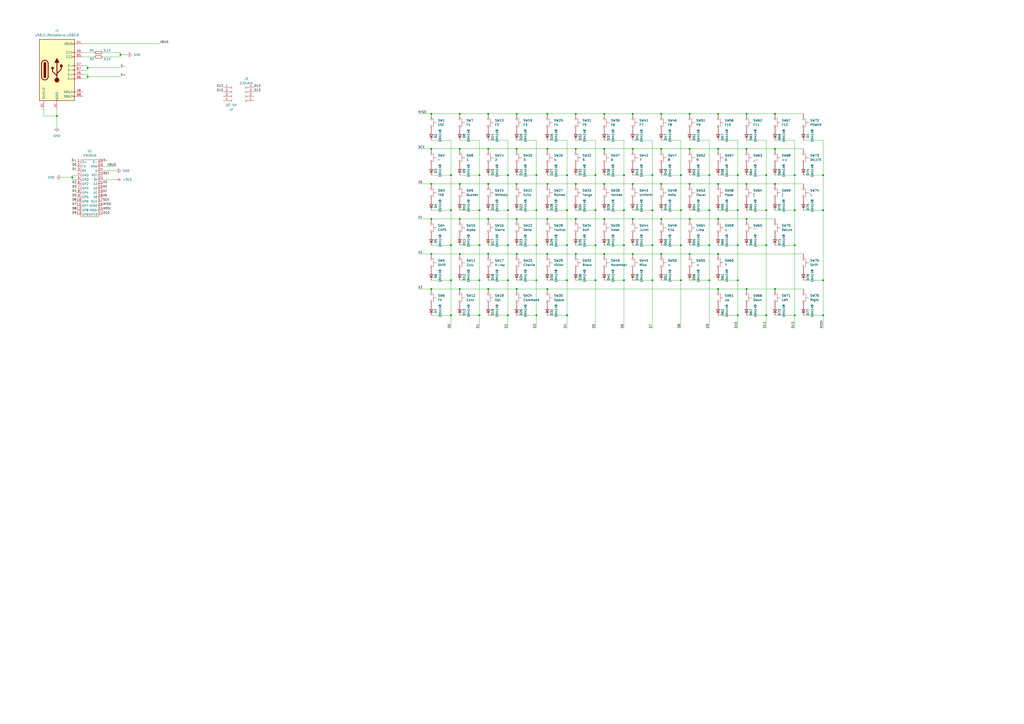
<source format=kicad_sch>
(kicad_sch (version 20211123) (generator eeschema)
  (paper "A2")
  (title_block (title "Mechanical Keyboard"))
  (junction (at 461.01 142.24))
  (junction (at 294.64 182.88))
  (junction (at 278.13 182.88))
  (junction (at 294.64 162.56))
  (junction (at 278.13 142.24))
  (junction (at 427.99 182.88))
  (junction (at 378.46 121.92))
  (junction (at 367.03 66.04))
  (junction (at 311.15 121.92))
  (junction (at 427.99 101.6))
  (junction (at 278.13 101.6))
  (junction (at 394.97 121.92))
  (junction (at 317.5 106.68))
  (junction (at 283.21 147.32))
  (junction (at 50.8 44.45))
  (junction (at 328.93 121.92))
  (junction (at 350.52 66.04))
  (junction (at 299.72 66.04))
  (junction (at 416.56 66.04))
  (junction (at 294.64 121.92))
  (junction (at 361.95 101.6))
  (junction (at 383.54 147.32))
  (junction (at 283.21 86.36))
  (junction (at 378.46 142.24))
  (junction (at 299.72 86.36))
  (junction (at 350.52 86.36))
  (junction (at 433.07 167.64))
  (junction (at 477.52 162.56))
  (junction (at 283.21 106.68))
  (junction (at 311.15 162.56))
  (junction (at 50.8 39.37))
  (junction (at 278.13 121.92))
  (junction (at 394.97 142.24))
  (junction (at 449.58 167.64))
  (junction (at 311.15 182.88))
  (junction (at 416.56 167.64))
  (junction (at 383.54 66.04))
  (junction (at 266.7 66.04))
  (junction (at 299.72 147.32))
  (junction (at 444.5 182.88))
  (junction (at 328.93 182.88))
  (junction (at 416.56 86.36))
  (junction (at 477.52 101.6))
  (junction (at 433.07 127))
  (junction (at 299.72 127))
  (junction (at 334.01 147.32))
  (junction (at 444.5 142.24))
  (junction (at 350.52 147.32))
  (junction (at 317.5 127))
  (junction (at 411.48 162.56))
  (junction (at 383.54 127))
  (junction (at 367.03 86.36))
  (junction (at 317.5 86.36))
  (junction (at 416.56 127))
  (junction (at 328.93 142.24))
  (junction (at 334.01 127))
  (junction (at 461.01 182.88))
  (junction (at 334.01 66.04))
  (junction (at 361.95 162.56))
  (junction (at 250.19 66.04))
  (junction (at 378.46 162.56))
  (junction (at 250.19 86.36))
  (junction (at 345.44 121.92))
  (junction (at 433.07 86.36))
  (junction (at 283.21 127))
  (junction (at 283.21 167.64))
  (junction (at 334.01 86.36))
  (junction (at 427.99 121.92))
  (junction (at 261.62 121.92))
  (junction (at 266.7 86.36))
  (junction (at 433.07 106.68))
  (junction (at 266.7 167.64))
  (junction (at 261.62 162.56))
  (junction (at 266.7 106.68))
  (junction (at 400.05 66.04))
  (junction (at 294.64 142.24))
  (junction (at 367.03 147.32))
  (junction (at 411.48 142.24))
  (junction (at 400.05 86.36))
  (junction (at 266.7 127))
  (junction (at 449.58 86.36))
  (junction (at 294.64 101.6))
  (junction (at 394.97 162.56))
  (junction (at 411.48 121.92))
  (junction (at 250.19 106.68))
  (junction (at 350.52 127))
  (junction (at 361.95 121.92))
  (junction (at 311.15 101.6))
  (junction (at 461.01 101.6))
  (junction (at 350.52 106.68))
  (junction (at 250.19 127))
  (junction (at 261.62 142.24))
  (junction (at 278.13 162.56))
  (junction (at 400.05 106.68))
  (junction (at 361.95 142.24))
  (junction (at 461.01 121.92))
  (junction (at 427.99 142.24))
  (junction (at 334.01 106.68))
  (junction (at 250.19 147.32))
  (junction (at 69.85 31.75))
  (junction (at 317.5 147.32))
  (junction (at 477.52 121.92))
  (junction (at 317.5 66.04))
  (junction (at 444.5 121.92))
  (junction (at 41.91 102.87))
  (junction (at 427.99 162.56))
  (junction (at 378.46 101.6))
  (junction (at 477.52 182.88))
  (junction (at 449.58 66.04))
  (junction (at 261.62 101.6))
  (junction (at 283.21 66.04))
  (junction (at 299.72 167.64))
  (junction (at 328.93 101.6))
  (junction (at 416.56 147.32))
  (junction (at 328.93 162.56))
  (junction (at 345.44 101.6))
  (junction (at 444.5 101.6))
  (junction (at 266.7 147.32))
  (junction (at 345.44 162.56))
  (junction (at 411.48 101.6))
  (junction (at 311.15 142.24))
  (junction (at 250.19 167.64))
  (junction (at 416.56 106.68))
  (junction (at 367.03 106.68))
  (junction (at 433.07 66.04))
  (junction (at 383.54 106.68))
  (junction (at 394.97 101.6))
  (junction (at 400.05 127))
  (junction (at 299.72 106.68))
  (junction (at 449.58 106.68))
  (junction (at 33.02 67.31))
  (junction (at 383.54 86.36))
  (junction (at 261.62 182.88))
  (junction (at 400.05 147.32))
  (junction (at 317.5 167.64))
  (junction (at 367.03 127))
  (junction (at 345.44 142.24))
  (wire (pts (xy 250.19 121.92) (xy 261.62 121.92)))
  (wire (pts (xy 378.46 101.6) (xy 378.46 121.92)))
  (wire (pts (xy 50.8 45.72) (xy 48.26 45.72)))
  (wire (pts (xy 444.5 101.6) (xy 444.5 121.92)))
  (wire (pts (xy 334.01 81.28) (xy 345.44 81.28)))
  (wire (pts (xy 48.26 25.4) (xy 92.71 25.4)))
  (wire (pts (xy 48.26 38.1) (xy 50.8 38.1)))
  (wire (pts (xy 334.01 121.92) (xy 345.44 121.92)))
  (wire (pts (xy 449.58 101.6) (xy 461.01 101.6)))
  (wire (pts (xy 266.7 86.36) (xy 283.21 86.36)))
  (wire (pts (xy 411.48 162.56) (xy 411.48 190.5)))
  (wire (pts (xy 250.19 127) (xy 266.7 127)))
  (wire (pts (xy 278.13 121.92) (xy 278.13 142.24)))
  (wire (pts (xy 299.72 147.32) (xy 317.5 147.32)))
  (wire (pts (xy 328.93 142.24) (xy 328.93 162.56)))
  (wire (pts (xy 278.13 81.28) (xy 278.13 101.6)))
  (wire (pts (xy 50.8 39.37) (xy 69.85 39.37)))
  (wire (pts (xy 299.72 142.24) (xy 311.15 142.24)))
  (wire (pts (xy 299.72 167.64) (xy 317.5 167.64)))
  (wire (pts (xy 449.58 86.36) (xy 466.09 86.36)))
  (wire (pts (xy 266.7 106.68) (xy 283.21 106.68)))
  (wire (pts (xy 411.48 142.24) (xy 411.48 162.56)))
  (wire (pts (xy 294.64 142.24) (xy 294.64 162.56)))
  (wire (pts (xy 317.5 106.68) (xy 334.01 106.68)))
  (wire (pts (xy 50.8 44.45) (xy 69.85 44.45)))
  (wire (pts (xy 416.56 101.6) (xy 427.99 101.6)))
  (wire (pts (xy 411.48 121.92) (xy 411.48 142.24)))
  (wire (pts (xy 367.03 106.68) (xy 383.54 106.68)))
  (wire (pts (xy 299.72 182.88) (xy 311.15 182.88)))
  (wire (pts (xy 299.72 127) (xy 317.5 127)))
  (wire (pts (xy 449.58 121.92) (xy 461.01 121.92)))
  (wire (pts (xy 299.72 86.36) (xy 317.5 86.36)))
  (wire (pts (xy 394.97 162.56) (xy 394.97 190.5)))
  (wire (pts (xy 477.52 162.56) (xy 477.52 182.88)))
  (wire (pts (xy 283.21 182.88) (xy 294.64 182.88)))
  (wire (pts (xy 378.46 142.24) (xy 378.46 162.56)))
  (wire (pts (xy 433.07 106.68) (xy 449.58 106.68)))
  (wire (pts (xy 350.52 121.92) (xy 361.95 121.92)))
  (wire (pts (xy 449.58 167.64) (xy 466.09 167.64)))
  (wire (pts (xy 400.05 101.6) (xy 411.48 101.6)))
  (wire (pts (xy 367.03 81.28) (xy 378.46 81.28)))
  (wire (pts (xy 25.4 67.31) (xy 33.02 67.31)))
  (wire (pts (xy 400.05 162.56) (xy 411.48 162.56)))
  (wire (pts (xy 416.56 121.92) (xy 427.99 121.92)))
  (wire (pts (xy 383.54 101.6) (xy 394.97 101.6)))
  (wire (pts (xy 361.95 142.24) (xy 361.95 162.56)))
  (wire (pts (xy 278.13 162.56) (xy 278.13 182.88)))
  (wire (pts (xy 350.52 101.6) (xy 361.95 101.6)))
  (wire (pts (xy 400.05 127) (xy 416.56 127)))
  (wire (pts (xy 416.56 142.24) (xy 427.99 142.24)))
  (wire (pts (xy 383.54 162.56) (xy 394.97 162.56)))
  (wire (pts (xy 59.69 99.06) (xy 67.31 99.06)))
  (wire (pts (xy 283.21 81.28) (xy 294.64 81.28)))
  (wire (pts (xy 334.01 127) (xy 350.52 127)))
  (wire (pts (xy 317.5 127) (xy 334.01 127)))
  (wire (pts (xy 250.19 101.6) (xy 261.62 101.6)))
  (wire (pts (xy 283.21 142.24) (xy 294.64 142.24)))
  (wire (pts (xy 250.19 106.68) (xy 266.7 106.68)))
  (wire (pts (xy 477.52 121.92) (xy 477.52 162.56)))
  (wire (pts (xy 433.07 182.88) (xy 444.5 182.88)))
  (wire (pts (xy 328.93 101.6) (xy 328.93 121.92)))
  (wire (pts (xy 294.64 101.6) (xy 294.64 121.92)))
  (wire (pts (xy 48.26 30.48) (xy 54.61 30.48)))
  (wire (pts (xy 367.03 147.32) (xy 383.54 147.32)))
  (wire (pts (xy 266.7 101.6) (xy 278.13 101.6)))
  (wire (pts (xy 266.7 127) (xy 283.21 127)))
  (wire (pts (xy 311.15 121.92) (xy 311.15 142.24)))
  (wire (pts (xy 433.07 142.24) (xy 444.5 142.24)))
  (wire (pts (xy 416.56 66.04) (xy 433.07 66.04)))
  (wire (pts (xy 33.02 67.31) (xy 33.02 63.5)))
  (wire (pts (xy 433.07 127) (xy 449.58 127)))
  (wire (pts (xy 334.01 142.24) (xy 345.44 142.24)))
  (wire (pts (xy 416.56 182.88) (xy 427.99 182.88)))
  (wire (pts (xy 59.69 96.52) (xy 67.31 96.52)))
  (wire (pts (xy 69.85 31.75) (xy 69.85 30.48)))
  (wire (pts (xy 317.5 81.28) (xy 328.93 81.28)))
  (wire (pts (xy 311.15 81.28) (xy 311.15 101.6)))
  (wire (pts (xy 394.97 121.92) (xy 394.97 142.24)))
  (wire (pts (xy 427.99 162.56) (xy 427.99 182.88)))
  (wire (pts (xy 283.21 127) (xy 299.72 127)))
  (wire (pts (xy 250.19 81.28) (xy 261.62 81.28)))
  (wire (pts (xy 361.95 81.28) (xy 361.95 101.6)))
  (wire (pts (xy 416.56 167.64) (xy 433.07 167.64)))
  (wire (pts (xy 283.21 86.36) (xy 299.72 86.36)))
  (wire (pts (xy 433.07 86.36) (xy 449.58 86.36)))
  (wire (pts (xy 317.5 167.64) (xy 416.56 167.64)))
  (wire (pts (xy 345.44 121.92) (xy 345.44 142.24)))
  (wire (pts (xy 242.57 66.04) (xy 250.19 66.04)))
  (wire (pts (xy 299.72 66.04) (xy 317.5 66.04)))
  (wire (pts (xy 400.05 147.32) (xy 416.56 147.32)))
  (wire (pts (xy 266.7 81.28) (xy 278.13 81.28)))
  (wire (pts (xy 466.09 182.88) (xy 477.52 182.88)))
  (wire (pts (xy 299.72 81.28) (xy 311.15 81.28)))
  (wire (pts (xy 41.91 101.6) (xy 41.91 102.87)))
  (wire (pts (xy 449.58 81.28) (xy 461.01 81.28)))
  (wire (pts (xy 317.5 147.32) (xy 334.01 147.32)))
  (wire (pts (xy 278.13 182.88) (xy 278.13 190.5)))
  (wire (pts (xy 411.48 81.28) (xy 411.48 101.6)))
  (wire (pts (xy 69.85 33.02) (xy 69.85 31.75)))
  (wire (pts (xy 367.03 121.92) (xy 378.46 121.92)))
  (wire (pts (xy 461.01 101.6) (xy 461.01 121.92)))
  (wire (pts (xy 261.62 142.24) (xy 261.62 162.56)))
  (wire (pts (xy 283.21 162.56) (xy 294.64 162.56)))
  (wire (pts (xy 266.7 147.32) (xy 283.21 147.32)))
  (wire (pts (xy 278.13 101.6) (xy 278.13 121.92)))
  (wire (pts (xy 416.56 127) (xy 433.07 127)))
  (wire (pts (xy 444.5 121.92) (xy 444.5 142.24)))
  (wire (pts (xy 283.21 106.68) (xy 299.72 106.68)))
  (wire (pts (xy 311.15 101.6) (xy 311.15 121.92)))
  (wire (pts (xy 41.91 102.87) (xy 41.91 104.14)))
  (wire (pts (xy 283.21 101.6) (xy 294.64 101.6)))
  (wire (pts (xy 59.69 33.02) (xy 69.85 33.02)))
  (wire (pts (xy 50.8 40.64) (xy 48.26 40.64)))
  (wire (pts (xy 466.09 101.6) (xy 477.52 101.6)))
  (wire (pts (xy 250.19 167.64) (xy 266.7 167.64)))
  (wire (pts (xy 299.72 101.6) (xy 311.15 101.6)))
  (wire (pts (xy 35.56 102.87) (xy 41.91 102.87)))
  (wire (pts (xy 261.62 162.56) (xy 261.62 182.88)))
  (wire (pts (xy 383.54 142.24) (xy 394.97 142.24)))
  (wire (pts (xy 294.64 162.56) (xy 294.64 182.88)))
  (wire (pts (xy 299.72 121.92) (xy 311.15 121.92)))
  (wire (pts (xy 383.54 127) (xy 400.05 127)))
  (wire (pts (xy 427.99 142.24) (xy 427.99 162.56)))
  (wire (pts (xy 50.8 39.37) (xy 50.8 40.64)))
  (wire (pts (xy 334.01 66.04) (xy 350.52 66.04)))
  (wire (pts (xy 361.95 121.92) (xy 361.95 142.24)))
  (wire (pts (xy 477.52 81.28) (xy 477.52 101.6)))
  (wire (pts (xy 48.26 33.02) (xy 54.61 33.02)))
  (wire (pts (xy 345.44 81.28) (xy 345.44 101.6)))
  (wire (pts (xy 433.07 101.6) (xy 444.5 101.6)))
  (wire (pts (xy 266.7 162.56) (xy 278.13 162.56)))
  (wire (pts (xy 283.21 167.64) (xy 299.72 167.64)))
  (wire (pts (xy 416.56 106.68) (xy 433.07 106.68)))
  (wire (pts (xy 317.5 66.04) (xy 334.01 66.04)))
  (wire (pts (xy 361.95 101.6) (xy 361.95 121.92)))
  (wire (pts (xy 25.4 63.5) (xy 25.4 67.31)))
  (wire (pts (xy 416.56 162.56) (xy 427.99 162.56)))
  (wire (pts (xy 361.95 162.56) (xy 361.95 190.5)))
  (wire (pts (xy 283.21 121.92) (xy 294.64 121.92)))
  (wire (pts (xy 266.7 66.04) (xy 283.21 66.04)))
  (wire (pts (xy 427.99 121.92) (xy 427.99 142.24)))
  (wire (pts (xy 367.03 142.24) (xy 378.46 142.24)))
  (wire (pts (xy 250.19 142.24) (xy 261.62 142.24)))
  (wire (pts (xy 266.7 142.24) (xy 278.13 142.24)))
  (wire (pts (xy 466.09 162.56) (xy 477.52 162.56)))
  (wire (pts (xy 400.05 106.68) (xy 416.56 106.68)))
  (wire (pts (xy 400.05 121.92) (xy 411.48 121.92)))
  (wire (pts (xy 294.64 182.88) (xy 294.64 190.5)))
  (wire (pts (xy 317.5 121.92) (xy 328.93 121.92)))
  (wire (pts (xy 334.01 86.36) (xy 350.52 86.36)))
  (wire (pts (xy 345.44 142.24) (xy 345.44 162.56)))
  (wire (pts (xy 294.64 121.92) (xy 294.64 142.24)))
  (wire (pts (xy 311.15 182.88) (xy 311.15 190.5)))
  (wire (pts (xy 59.69 30.48) (xy 69.85 30.48)))
  (wire (pts (xy 317.5 162.56) (xy 328.93 162.56)))
  (wire (pts (xy 400.05 86.36) (xy 416.56 86.36)))
  (wire (pts (xy 261.62 121.92) (xy 261.62 142.24)))
  (wire (pts (xy 294.64 81.28) (xy 294.64 101.6)))
  (wire (pts (xy 59.69 104.14) (xy 67.31 104.14)))
  (wire (pts (xy 400.05 142.24) (xy 411.48 142.24)))
  (wire (pts (xy 383.54 121.92) (xy 394.97 121.92)))
  (wire (pts (xy 317.5 142.24) (xy 328.93 142.24)))
  (wire (pts (xy 50.8 38.1) (xy 50.8 39.37)))
  (wire (pts (xy 411.48 101.6) (xy 411.48 121.92)))
  (wire (pts (xy 394.97 81.28) (xy 394.97 101.6)))
  (wire (pts (xy 328.93 121.92) (xy 328.93 142.24)))
  (wire (pts (xy 250.19 66.04) (xy 266.7 66.04)))
  (wire (pts (xy 383.54 106.68) (xy 400.05 106.68)))
  (wire (pts (xy 350.52 106.68) (xy 367.03 106.68)))
  (wire (pts (xy 345.44 162.56) (xy 345.44 190.5)))
  (wire (pts (xy 311.15 142.24) (xy 311.15 162.56)))
  (wire (pts (xy 433.07 66.04) (xy 449.58 66.04)))
  (wire (pts (xy 328.93 81.28) (xy 328.93 101.6)))
  (wire (pts (xy 41.91 104.14) (xy 44.45 104.14)))
  (wire (pts (xy 250.19 86.36) (xy 266.7 86.36)))
  (wire (pts (xy 461.01 121.92) (xy 461.01 142.24)))
  (wire (pts (xy 477.52 101.6) (xy 477.52 121.92)))
  (wire (pts (xy 449.58 182.88) (xy 461.01 182.88)))
  (wire (pts (xy 433.07 121.92) (xy 444.5 121.92)))
  (wire (pts (xy 44.45 101.6) (xy 41.91 101.6)))
  (wire (pts (xy 378.46 121.92) (xy 378.46 142.24)))
  (wire (pts (xy 378.46 162.56) (xy 378.46 190.5)))
  (wire (pts (xy 394.97 101.6) (xy 394.97 121.92)))
  (wire (pts (xy 367.03 162.56) (xy 378.46 162.56)))
  (wire (pts (xy 433.07 81.28) (xy 444.5 81.28)))
  (wire (pts (xy 367.03 86.36) (xy 383.54 86.36)))
  (wire (pts (xy 350.52 162.56) (xy 361.95 162.56)))
  (wire (pts (xy 427.99 101.6) (xy 427.99 121.92)))
  (wire (pts (xy 383.54 147.32) (xy 400.05 147.32)))
  (wire (pts (xy 461.01 81.28) (xy 461.01 101.6)))
  (wire (pts (xy 383.54 81.28) (xy 394.97 81.28)))
  (wire (pts (xy 350.52 142.24) (xy 361.95 142.24)))
  (wire (pts (xy 266.7 182.88) (xy 278.13 182.88)))
  (wire (pts (xy 317.5 86.36) (xy 334.01 86.36)))
  (wire (pts (xy 350.52 147.32) (xy 367.03 147.32)))
  (wire (pts (xy 48.26 43.18) (xy 50.8 43.18)))
  (wire (pts (xy 477.52 182.88) (xy 477.52 190.5)))
  (wire (pts (xy 444.5 182.88) (xy 444.5 190.5)))
  (wire (pts (xy 50.8 43.18) (xy 50.8 44.45)))
  (wire (pts (xy 350.52 66.04) (xy 367.03 66.04)))
  (wire (pts (xy 33.02 67.31) (xy 33.02 73.66)))
  (wire (pts (xy 383.54 66.04) (xy 400.05 66.04)))
  (wire (pts (xy 461.01 142.24) (xy 461.01 182.88)))
  (wire (pts (xy 433.07 167.64) (xy 449.58 167.64)))
  (wire (pts (xy 427.99 182.88) (xy 427.99 190.5)))
  (wire (pts (xy 50.8 44.45) (xy 50.8 45.72)))
  (wire (pts (xy 466.09 81.28) (xy 477.52 81.28)))
  (wire (pts (xy 449.58 142.24) (xy 461.01 142.24)))
  (wire (pts (xy 367.03 66.04) (xy 383.54 66.04)))
  (wire (pts (xy 378.46 81.28) (xy 378.46 101.6)))
  (wire (pts (xy 261.62 182.88) (xy 261.62 190.5)))
  (wire (pts (xy 266.7 121.92) (xy 278.13 121.92)))
  (wire (pts (xy 350.52 86.36) (xy 367.03 86.36)))
  (wire (pts (xy 427.99 81.28) (xy 427.99 101.6)))
  (wire (pts (xy 449.58 66.04) (xy 466.09 66.04)))
  (wire (pts (xy 466.09 121.92) (xy 477.52 121.92)))
  (wire (pts (xy 350.52 127) (xy 367.03 127)))
  (wire (pts (xy 242.57 167.64) (xy 250.19 167.64)))
  (wire (pts (xy 334.01 106.68) (xy 350.52 106.68)))
  (wire (pts (xy 444.5 142.24) (xy 444.5 182.88)))
  (wire (pts (xy 242.57 147.32) (xy 250.19 147.32)))
  (wire (pts (xy 394.97 142.24) (xy 394.97 162.56)))
  (wire (pts (xy 250.19 182.88) (xy 261.62 182.88)))
  (wire (pts (xy 69.85 31.75) (xy 73.66 31.75)))
  (wire (pts (xy 367.03 101.6) (xy 378.46 101.6)))
  (wire (pts (xy 261.62 81.28) (xy 261.62 101.6)))
  (wire (pts (xy 334.01 101.6) (xy 345.44 101.6)))
  (wire (pts (xy 317.5 182.88) (xy 328.93 182.88)))
  (wire (pts (xy 261.62 101.6) (xy 261.62 121.92)))
  (wire (pts (xy 299.72 162.56) (xy 311.15 162.56)))
  (wire (pts (xy 328.93 182.88) (xy 328.93 190.5)))
  (wire (pts (xy 416.56 86.36) (xy 433.07 86.36)))
  (wire (pts (xy 250.19 162.56) (xy 261.62 162.56)))
  (wire (pts (xy 350.52 81.28) (xy 361.95 81.28)))
  (wire (pts (xy 334.01 162.56) (xy 345.44 162.56)))
  (wire (pts (xy 317.5 101.6) (xy 328.93 101.6)))
  (wire (pts (xy 250.19 147.32) (xy 266.7 147.32)))
  (wire (pts (xy 283.21 147.32) (xy 299.72 147.32)))
  (wire (pts (xy 311.15 162.56) (xy 311.15 182.88)))
  (wire (pts (xy 266.7 167.64) (xy 283.21 167.64)))
  (wire (pts (xy 278.13 142.24) (xy 278.13 162.56)))
  (wire (pts (xy 400.05 66.04) (xy 416.56 66.04)))
  (wire (pts (xy 242.57 86.36) (xy 250.19 86.36)))
  (wire (pts (xy 242.57 127) (xy 250.19 127)))
  (wire (pts (xy 416.56 147.32) (xy 466.09 147.32)))
  (wire (pts (xy 242.57 106.68) (xy 250.19 106.68)))
  (wire (pts (xy 461.01 182.88) (xy 461.01 190.5)))
  (wire (pts (xy 400.05 81.28) (xy 411.48 81.28)))
  (wire (pts (xy 328.93 162.56) (xy 328.93 182.88)))
  (wire (pts (xy 444.5 81.28) (xy 444.5 101.6)))
  (wire (pts (xy 449.58 106.68) (xy 466.09 106.68)))
  (wire (pts (xy 383.54 86.36) (xy 400.05 86.36)))
  (wire (pts (xy 283.21 66.04) (xy 299.72 66.04)))
  (wire (pts (xy 299.72 106.68) (xy 317.5 106.68)))
  (wire (pts (xy 367.03 127) (xy 383.54 127)))
  (wire (pts (xy 334.01 147.32) (xy 350.52 147.32)))
  (wire (pts (xy 416.56 81.28) (xy 427.99 81.28)))
  (wire (pts (xy 345.44 101.6) (xy 345.44 121.92)))
  (label "D-" (at 59.69 93.98 0))
  (label "MISO" (at 242.57 66.04 0))
  (label "D9" (at 44.45 124.46 180))
  (label "D7" (at 44.45 119.38 180))
  (label "A2" (at 59.69 109.22 0))
  (label "MISO" (at 59.69 119.38 0))
  (label "D13" (at 147.32 53.34 0))
  (label "D5" (at 44.45 114.3 180))
  (label "D2" (at 294.64 190.5 90))
  (label "D0" (at 44.45 96.52 180))
  (label "VBUS" (at 92.71 25.4 0))
  (label "D-" (at 69.85 39.37 0))
  (label "D13" (at 461.01 190.5 90))
  (label "RST" (at 59.69 101.6 0))
  (label "D2" (at 44.45 106.68 180))
  (label "D1" (at 44.45 99.06 180))
  (label "D6" (at 361.95 190.5 90))
  (label "D4" (at 44.45 111.76 180))
  (label "A3" (at 242.57 167.64 0))
  (label "D3" (at 44.45 109.22 180))
  (label "D12" (at 129.54 50.8 180))
  (label "D10" (at 59.69 124.46 0))
  (label "D6" (at 44.45 116.84 180))
  (label "D9" (at 411.48 190.5 90))
  (label "A3" (at 59.69 106.68 0))
  (label "SCK" (at 59.69 116.84 0))
  (label "A2" (at 242.57 147.32 0))
  (label "VBUS" (at 67.31 96.52 180))
  (label "A1" (at 59.69 111.76 0))
  (label "D13" (at 129.54 53.34 180))
  (label "D8" (at 394.97 190.5 90))
  (label "A0" (at 59.69 114.3 0))
  (label "D12" (at 147.32 50.8 0))
  (label "D0" (at 261.62 190.5 90))
  (label "A0" (at 242.57 106.68 0))
  (label "MOSI" (at 59.69 121.92 0))
  (label "A1" (at 242.57 127 0))
  (label "D7" (at 378.46 190.5 90))
  (label "D4" (at 328.93 190.5 90))
  (label "D10" (at 427.99 190.5 90))
  (label "D1" (at 278.13 190.5 90))
  (label "D12" (at 444.5 190.5 90))
  (label "D+" (at 44.45 93.98 180))
  (label "D3" (at 311.15 190.5 90))
  (label "MOSI" (at 477.52 190.5 90))
  (label "D+" (at 69.85 44.45 0))
  (label "SCK" (at 242.57 86.36 0))
  (label "D8" (at 44.45 121.92 180))
  (label "D5" (at 345.44 190.5 90))
  (symbol (lib_id "Switch:SW_Push") (at 334.01 152.4 270) (unit 1)
    (property "Reference" "SW35" (at 337.82 151.1299 90) (effects (justify left)))
    (property "Value" "Bravo" (at 337.82 153.6699 90) (effects (justify left)))
    (property "Footprint" "hotswap:Kailh_socket_MX" (effects hide))
  )
  (symbol (lib_id "Switch:SW_Push") (at 466.09 172.72 270) (unit 1)
    (property "Reference" "SW76" (at 469.9 171.4499 90) (effects (justify left)))
    (property "Value" "Right" (at 469.9 173.9899 90) (effects (justify left)))
    (property "Footprint" "hotswap:Kailh_socket_MX" (effects hide))
  )
  (symbol (lib_id "Switch:SW_Push") (at 317.5 132.08 270) (unit 1)
    (property "Reference" "SW28" (at 321.31 130.8099 90) (effects (justify left)))
    (property "Value" "Foxtrot" (at 321.31 133.3499 90) (effects (justify left)))
    (property "Footprint" "hotswap:Kailh_socket_MX" (effects hide))
  )
  (symbol (lib_id "Switch:SW_Push") (at 250.19 91.44 270) (unit 1)
    (property "Reference" "SW2" (at 254 90.1699 90) (effects (justify left)))
    (property "Value" "~`" (at 254 92.7099 90) (effects (justify left)))
    (property "Footprint" "hotswap:Kailh_socket_MX" (effects hide))
  )
  (symbol (lib_id "Device:D_Small") (at 416.56 180.34 90) (unit 1)
    (property "Reference" "D62" (at 419.1 179.07 0) (effects (justify right)))
    (property "Value" "1N4148" (at 421.64 176.53 0) (effects (justify right)))
    (property "Footprint" "Diode_THT:D_DO-35_SOD27_P7.62mm_Horizontal" (effects hide))
  )
  (symbol (lib_id "Switch:SW_Push") (at 283.21 132.08 270) (unit 1)
    (property "Reference" "SW16" (at 287.02 130.8099 90) (effects (justify left)))
    (property "Value" "Sierra" (at 287.02 133.3499 90) (effects (justify left)))
    (property "Footprint" "hotswap:Kailh_socket_MX" (effects hide))
  )
  (symbol (lib_id "Switch:SW_Push") (at 416.56 91.44 270) (unit 1)
    (property "Reference" "SW57" (at 420.37 90.1699 90) (effects (justify left)))
    (property "Value" "0" (at 420.37 92.7099 90) (effects (justify left)))
    (property "Footprint" "hotswap:Kailh_socket_MX" (effects hide))
  )
  (symbol (lib_id "Device:D_Small") (at 367.03 78.74 90) (unit 1)
    (property "Reference" "D42" (at 369.57 77.47 0) (effects (justify right)))
    (property "Value" "1N4148" (at 372.11 74.93 0) (effects (justify right)))
    (property "Footprint" "Diode_THT:D_DO-35_SOD27_P7.62mm_Horizontal" (effects hide))
  )
  (symbol (lib_id "Switch:SW_Push") (at 383.54 71.12 270) (unit 1)
    (property "Reference" "SW46" (at 387.35 69.8499 90) (effects (justify left)))
    (property "Value" "F8" (at 387.35 72.3899 90) (effects (justify left)))
    (property "Footprint" "hotswap:Kailh_socket_MX" (effects hide))
  )
  (symbol (lib_id "Device:D_Small") (at 317.5 160.02 90) (unit 1)
    (property "Reference" "D30" (at 320.04 158.75 0) (effects (justify right)))
    (property "Value" "1N4148" (at 322.58 156.21 0) (effects (justify right)))
    (property "Footprint" "Diode_THT:D_DO-35_SOD27_P7.62mm_Horizontal" (effects hide))
  )
  (symbol (lib_id "Switch:SW_Push") (at 367.03 111.76 270) (unit 1)
    (property "Reference" "SW43" (at 370.84 110.4899 90) (effects (justify left)))
    (property "Value" "Uniform" (at 370.84 113.0299 90) (effects (justify left)))
    (property "Footprint" "hotswap:Kailh_socket_MX" (effects hide))
  )
  (symbol (lib_id "Device:D_Small") (at 350.52 160.02 90) (unit 1)
    (property "Reference" "D41" (at 353.06 158.75 0) (effects (justify right)))
    (property "Value" "1N4148" (at 355.6 156.21 0) (effects (justify right)))
    (property "Footprint" "Diode_THT:D_DO-35_SOD27_P7.62mm_Horizontal" (effects hide))
  )
  (symbol (lib_id "Switch:SW_Push") (at 317.5 111.76 270) (unit 1)
    (property "Reference" "SW27" (at 321.31 110.4899 90) (effects (justify left)))
    (property "Value" "Romeo" (at 321.31 113.0299 90) (effects (justify left)))
    (property "Footprint" "hotswap:Kailh_socket_MX" (effects hide))
  )
  (symbol (lib_id "Switch:SW_Push") (at 383.54 152.4 270) (unit 1)
    (property "Reference" "SW50" (at 387.35 151.1299 90) (effects (justify left)))
    (property "Value" "<" (at 387.35 153.6699 90) (effects (justify left)))
    (property "Footprint" "hotswap:Kailh_socket_MX" (effects hide))
  )
  (symbol (lib_id "Switch:SW_Push") (at 367.03 152.4 270) (unit 1)
    (property "Reference" "SW45" (at 370.84 151.1299 90) (effects (justify left)))
    (property "Value" "Mike" (at 370.84 153.6699 90) (effects (justify left)))
    (property "Footprint" "hotswap:Kailh_socket_MX" (effects hide))
  )
  (symbol (lib_id "Device:D_Small") (at 283.21 78.74 90) (unit 1)
    (property "Reference" "D14" (at 285.75 77.47 0) (effects (justify right)))
    (property "Value" "1N4148" (at 288.29 74.93 0) (effects (justify right)))
    (property "Footprint" "Diode_THT:D_DO-35_SOD27_P7.62mm_Horizontal" (effects hide))
  )
  (symbol (lib_id "Switch:SW_Push") (at 433.07 71.12 270) (unit 1)
    (property "Reference" "SW62" (at 436.88 69.8499 90) (effects (justify left)))
    (property "Value" "F11" (at 436.88 72.3899 90) (effects (justify left)))
    (property "Footprint" "hotswap:Kailh_socket_MX" (effects hide))
  )
  (symbol (lib_id "Switch:SW_Push") (at 266.7 152.4 270) (unit 1)
    (property "Reference" "SW11" (at 270.51 151.1299 90) (effects (justify left)))
    (property "Value" "Zulu" (at 270.51 153.6699 90) (effects (justify left)))
    (property "Footprint" "hotswap:Kailh_socket_MX" (effects hide))
  )
  (symbol (lib_id "Switch:SW_Push") (at 350.52 132.08 270) (unit 1)
    (property "Reference" "SW39" (at 354.33 130.8099 90) (effects (justify left)))
    (property "Value" "Hotel" (at 354.33 133.3499 90) (effects (justify left)))
    (property "Footprint" "hotswap:Kailh_socket_MX" (effects hide))
  )
  (symbol (lib_id "Switch:SW_Push") (at 299.72 91.44 270) (unit 1)
    (property "Reference" "SW20" (at 303.53 90.1699 90) (effects (justify left)))
    (property "Value" "3" (at 303.53 92.7099 90) (effects (justify left)))
    (property "Footprint" "hotswap:Kailh_socket_MX" (effects hide))
  )
  (symbol (lib_id "Switch:SW_Push") (at 266.7 91.44 270) (unit 1)
    (property "Reference" "SW8" (at 270.51 90.1699 90) (effects (justify left)))
    (property "Value" "1" (at 270.51 92.7099 90) (effects (justify left)))
    (property "Footprint" "hotswap:Kailh_socket_MX" (effects hide))
  )
  (symbol (lib_id "Switch:SW_Push") (at 283.21 111.76 270) (unit 1)
    (property "Reference" "SW15" (at 287.02 110.4899 90) (effects (justify left)))
    (property "Value" "Whiskey" (at 287.02 113.0299 90) (effects (justify left)))
    (property "Footprint" "hotswap:Kailh_socket_MX" (effects hide))
  )
  (symbol (lib_id "Device:D_Small") (at 350.52 78.74 90) (unit 1)
    (property "Reference" "D37" (at 353.06 77.47 0) (effects (justify right)))
    (property "Value" "1N4148" (at 355.6 74.93 0) (effects (justify right)))
    (property "Footprint" "Diode_THT:D_DO-35_SOD27_P7.62mm_Horizontal" (effects hide))
  )
  (symbol (lib_id "Device:D_Small") (at 400.05 119.38 90) (unit 1)
    (property "Reference" "D54" (at 402.59 118.11 0) (effects (justify right)))
    (property "Value" "1N4148" (at 405.13 115.57 0) (effects (justify right)))
    (property "Footprint" "Diode_THT:D_DO-35_SOD27_P7.62mm_Horizontal" (effects hide))
  )
  (symbol (lib_id "Switch:SW_Push") (at 250.19 172.72 270) (unit 1)
    (property "Reference" "SW6" (at 254 171.4499 90) (effects (justify left)))
    (property "Value" "Fn" (at 254 173.9899 90) (effects (justify left)))
    (property "Footprint" "hotswap:Kailh_socket_MX" (effects hide))
  )
  (symbol (lib_id "Switch:SW_Push") (at 449.58 172.72 270) (unit 1)
    (property "Reference" "SW71" (at 453.39 171.4499 90) (effects (justify left)))
    (property "Value" "Left" (at 453.39 173.9899 90) (effects (justify left)))
    (property "Footprint" "hotswap:Kailh_socket_MX" (effects hide))
  )
  (symbol (lib_id "Device:D_Small") (at 250.19 99.06 90) (unit 1)
    (property "Reference" "D3" (at 252.73 97.79 0) (effects (justify right)))
    (property "Value" "1N4148" (at 255.27 95.25 0) (effects (justify right)))
    (property "Footprint" "Diode_THT:D_DO-35_SOD27_P7.62mm_Horizontal" (effects hide))
  )
  (symbol (lib_id "Switch:SW_Push") (at 400.05 91.44 270) (unit 1)
    (property "Reference" "SW52" (at 403.86 90.1699 90) (effects (justify left)))
    (property "Value" "9" (at 403.86 92.7099 90) (effects (justify left)))
    (property "Footprint" "hotswap:Kailh_socket_MX" (effects hide))
  )
  (symbol (lib_id "Device:D_Small") (at 367.03 119.38 90) (unit 1)
    (property "Reference" "D44" (at 369.57 118.11 0) (effects (justify right)))
    (property "Value" "1N4148" (at 372.11 115.57 0) (effects (justify right)))
    (property "Footprint" "Diode_THT:D_DO-35_SOD27_P7.62mm_Horizontal" (effects hide))
  )
  (symbol (lib_id "Switch:SW_Push") (at 299.72 71.12 270) (unit 1)
    (property "Reference" "SW19" (at 303.53 69.8499 90) (effects (justify left)))
    (property "Value" "F3" (at 303.53 72.3899 90) (effects (justify left)))
    (property "Footprint" "hotswap:Kailh_socket_MX" (effects hide))
  )
  (symbol (lib_id "Switch:SW_Push") (at 416.56 71.12 270) (unit 1)
    (property "Reference" "SW56" (at 420.37 69.8499 90) (effects (justify left)))
    (property "Value" "F10" (at 420.37 72.3899 90) (effects (justify left)))
    (property "Footprint" "hotswap:Kailh_socket_MX" (effects hide))
  )
  (symbol (lib_id "Switch:SW_Push") (at 466.09 152.4 270) (unit 1)
    (property "Reference" "SW75" (at 469.9 151.1299 90) (effects (justify left)))
    (property "Value" "Shift" (at 469.9 153.6699 90) (effects (justify left)))
    (property "Footprint" "hotswap:socket_2.25" (effects hide))
  )
  (symbol (lib_id "Device:D_Small") (at 449.58 119.38 90) (unit 1)
    (property "Reference" "D70" (at 452.12 118.11 0) (effects (justify right)))
    (property "Value" "1N4148" (at 454.66 115.57 0) (effects (justify right)))
    (property "Footprint" "Diode_THT:D_DO-35_SOD27_P7.62mm_Horizontal" (effects hide))
  )
  (symbol (lib_id "Device:D_Small") (at 383.54 99.06 90) (unit 1)
    (property "Reference" "D48" (at 386.08 97.79 0) (effects (justify right)))
    (property "Value" "1N4148" (at 388.62 95.25 0) (effects (justify right)))
    (property "Footprint" "Diode_THT:D_DO-35_SOD27_P7.62mm_Horizontal" (effects hide))
  )
  (symbol (lib_id "Device:D_Small") (at 466.09 180.34 90) (unit 1)
    (property "Reference" "D77" (at 468.63 179.07 0) (effects (justify right)))
    (property "Value" "1N4148" (at 471.17 176.53 0) (effects (justify right)))
    (property "Footprint" "Diode_THT:D_DO-35_SOD27_P7.62mm_Horizontal" (effects hide))
  )
  (symbol (lib_id "Device:D_Small") (at 250.19 160.02 90) (unit 1)
    (property "Reference" "D6" (at 252.73 158.75 0) (effects (justify right)))
    (property "Value" "1N4148" (at 255.27 156.21 0) (effects (justify right)))
    (property "Footprint" "Diode_THT:D_DO-35_SOD27_P7.62mm_Horizontal" (effects hide))
  )
  (symbol (lib_id "Switch:SW_Push") (at 400.05 111.76 270) (unit 1)
    (property "Reference" "SW53" (at 403.86 110.4899 90) (effects (justify left)))
    (property "Value" "Oscar" (at 403.86 113.0299 90) (effects (justify left)))
    (property "Footprint" "hotswap:Kailh_socket_MX" (effects hide))
  )
  (symbol (lib_id "Switch:SW_Push") (at 383.54 111.76 270) (unit 1)
    (property "Reference" "SW48" (at 387.35 110.4899 90) (effects (justify left)))
    (property "Value" "India" (at 387.35 113.0299 90) (effects (justify left)))
    (property "Footprint" "hotswap:Kailh_socket_MX" (effects hide))
  )
  (symbol (lib_id "Switch:SW_Push") (at 317.5 91.44 270) (unit 1)
    (property "Reference" "SW26" (at 321.31 90.1699 90) (effects (justify left)))
    (property "Value" "4" (at 321.31 92.7099 90) (effects (justify left)))
    (property "Footprint" "hotswap:Kailh_socket_MX" (effects hide))
  )
  (symbol (lib_id "Device:D_Small") (at 350.52 119.38 90) (unit 1)
    (property "Reference" "D39" (at 353.06 118.11 0) (effects (justify right)))
    (property "Value" "1N4148" (at 355.6 115.57 0) (effects (justify right)))
    (property "Footprint" "Diode_THT:D_DO-35_SOD27_P7.62mm_Horizontal" (effects hide))
  )
  (symbol (lib_id "Device:D_Small") (at 350.52 99.06 90) (unit 1)
    (property "Reference" "D38" (at 353.06 97.79 0) (effects (justify right)))
    (property "Value" "1N4148" (at 355.6 95.25 0) (effects (justify right)))
    (property "Footprint" "Diode_THT:D_DO-35_SOD27_P7.62mm_Horizontal" (effects hide))
  )
  (symbol (lib_id "Switch:SW_Push") (at 350.52 91.44 270) (unit 1)
    (property "Reference" "SW37" (at 354.33 90.1699 90) (effects (justify left)))
    (property "Value" "6" (at 354.33 92.7099 90) (effects (justify left)))
    (property "Footprint" "hotswap:Kailh_socket_MX" (effects hide))
  )
  (symbol (lib_id "Connector:Conn_01x04_Female") (at 142.24 55.88 180) (unit 1)
    (property "Reference" "J3" (at 142.875 45.72 0))
    (property "Value" "2.54mm" (at 142.875 48.26 0))
    (property "Footprint" "Connector_PinSocket_2.54mm:PinSocket_1x04_P2.54mm_Horizontal" (effects hide))
  )
  (symbol (lib_id "Device:D_Small") (at 416.56 119.38 90) (unit 1)
    (property "Reference" "D59" (at 419.1 118.11 0) (effects (justify right)))
    (property "Value" "1N4148" (at 421.64 115.57 0) (effects (justify right)))
    (property "Footprint" "Diode_THT:D_DO-35_SOD27_P7.62mm_Horizontal" (effects hide))
  )
  (symbol (lib_id "Device:D_Small") (at 416.56 99.06 90) (unit 1)
    (property "Reference" "D58" (at 419.1 97.79 0) (effects (justify right)))
    (property "Value" "1N4148" (at 421.64 95.25 0) (effects (justify right)))
    (property "Footprint" "Diode_THT:D_DO-35_SOD27_P7.62mm_Horizontal" (effects hide))
  )
  (symbol (lib_id "Device:D_Small") (at 367.03 160.02 90) (unit 1)
    (property "Reference" "D46" (at 369.57 158.75 0) (effects (justify right)))
    (property "Value" "1N4148" (at 372.11 156.21 0) (effects (justify right)))
    (property "Footprint" "Diode_THT:D_DO-35_SOD27_P7.62mm_Horizontal" (effects hide))
  )
  (symbol (lib_id "Device:D_Small") (at 433.07 99.06 90) (unit 1)
    (property "Reference" "D64" (at 435.61 97.79 0) (effects (justify right)))
    (property "Value" "1N4148" (at 438.15 95.25 0) (effects (justify right)))
    (property "Footprint" "Diode_THT:D_DO-35_SOD27_P7.62mm_Horizontal" (effects hide))
  )
  (symbol (lib_id "Switch:SW_Push") (at 416.56 132.08 270) (unit 1)
    (property "Reference" "SW59" (at 420.37 130.8099 90) (effects (justify left)))
    (property "Value" ":;" (at 420.37 133.3499 90) (effects (justify left)))
    (property "Footprint" "hotswap:Kailh_socket_MX" (effects hide))
  )
  (symbol (lib_id "Device:D_Small") (at 466.09 119.38 90) (unit 1)
    (property "Reference" "D75" (at 468.63 118.11 0) (effects (justify right)))
    (property "Value" "1N4148" (at 471.17 115.57 0) (effects (justify right)))
    (property "Footprint" "Diode_THT:D_DO-35_SOD27_P7.62mm_Horizontal" (effects hide))
  )
  (symbol (lib_id "Device:D_Small") (at 416.56 139.7 90) (unit 1)
    (property "Reference" "D60" (at 419.1 138.43 0) (effects (justify right)))
    (property "Value" "1N4148" (at 421.64 135.89 0) (effects (justify right)))
    (property "Footprint" "Diode_THT:D_DO-35_SOD27_P7.62mm_Horizontal" (effects hide))
  )
  (symbol (lib_id "Device:D_Small") (at 266.7 139.7 90) (unit 1)
    (property "Reference" "D11" (at 269.24 138.43 0) (effects (justify right)))
    (property "Value" "1N4148" (at 271.78 135.89 0) (effects (justify right)))
    (property "Footprint" "Diode_THT:D_DO-35_SOD27_P7.62mm_Horizontal" (effects hide))
  )
  (symbol (lib_id "Device:D_Small") (at 383.54 119.38 90) (unit 1)
    (property "Reference" "D49" (at 386.08 118.11 0) (effects (justify right)))
    (property "Value" "1N4148" (at 388.62 115.57 0) (effects (justify right)))
    (property "Footprint" "Diode_THT:D_DO-35_SOD27_P7.62mm_Horizontal" (effects hide))
  )
  (symbol (lib_id "Switch:SW_Push") (at 383.54 132.08 270) (unit 1)
    (property "Reference" "SW49" (at 387.35 130.8099 90) (effects (justify left)))
    (property "Value" "Kilo" (at 387.35 133.3499 90) (effects (justify left)))
    (property "Footprint" "hotswap:Kailh_socket_MX" (effects hide))
  )
  (symbol (lib_id "Switch:SW_Push") (at 334.01 132.08 270) (unit 1)
    (property "Reference" "SW34" (at 337.82 130.8099 90) (effects (justify left)))
    (property "Value" "Golf" (at 337.82 133.3499 90) (effects (justify left)))
    (property "Footprint" "hotswap:Kailh_socket_MX" (effects hide))
  )
  (symbol (lib_id "Device:D_Small") (at 466.09 99.06 90) (unit 1)
    (property "Reference" "D74" (at 468.63 97.79 0) (effects (justify right)))
    (property "Value" "1N4148" (at 471.17 95.25 0) (effects (justify right)))
    (property "Footprint" "Diode_THT:D_DO-35_SOD27_P7.62mm_Horizontal" (effects hide))
  )
  (symbol (lib_id "Switch:SW_Push") (at 250.19 152.4 270) (unit 1)
    (property "Reference" "SW5" (at 254 151.1299 90) (effects (justify left)))
    (property "Value" "Shift" (at 254 153.6699 90) (effects (justify left)))
    (property "Footprint" "hotswap:socket_2.25" (effects hide))
  )
  (symbol (lib_id "Device:D_Small") (at 367.03 139.7 90) (unit 1)
    (property "Reference" "D45" (at 369.57 138.43 0) (effects (justify right)))
    (property "Value" "1N4148" (at 372.11 135.89 0) (effects (justify right)))
    (property "Footprint" "Diode_THT:D_DO-35_SOD27_P7.62mm_Horizontal" (effects hide))
  )
  (symbol (lib_id "power:GND") (at 33.02 73.66 0) (unit 1)
    (property "Reference" "#PWR0109" (effects hide))
    (property "Value" "GND" (at 33.02 78.74 0))
  )
  (symbol (lib_id "Switch:SW_Push") (at 350.52 71.12 270) (unit 1)
    (property "Reference" "SW36" (at 354.33 69.8499 90) (effects (justify left)))
    (property "Value" "F6" (at 354.33 72.3899 90) (effects (justify left)))
    (property "Footprint" "hotswap:Kailh_socket_MX" (effects hide))
  )
  (symbol (lib_id "Device:D_Small") (at 466.09 160.02 90) (unit 1)
    (property "Reference" "D76" (at 468.63 158.75 0) (effects (justify right)))
    (property "Value" "1N4148" (at 471.17 156.21 0) (effects (justify right)))
    (property "Footprint" "Diode_THT:D_DO-35_SOD27_P7.62mm_Horizontal" (effects hide))
  )
  (symbol (lib_id "Device:D_Small") (at 299.72 78.74 90) (unit 1)
    (property "Reference" "D20" (at 302.26 77.47 0) (effects (justify right)))
    (property "Value" "1N4148" (at 304.8 74.93 0) (effects (justify right)))
    (property "Footprint" "Diode_THT:D_DO-35_SOD27_P7.62mm_Horizontal" (effects hide))
  )
  (symbol (lib_id "Switch:SW_Push") (at 367.03 91.44 270) (unit 1)
    (property "Reference" "SW42" (at 370.84 90.1699 90) (effects (justify left)))
    (property "Value" "7" (at 370.84 92.7099 90) (effects (justify left)))
    (property "Footprint" "hotswap:Kailh_socket_MX" (effects hide))
  )
  (symbol (lib_id "Device:D_Small") (at 283.21 180.34 90) (unit 1)
    (property "Reference" "D19" (at 285.75 179.07 0) (effects (justify right)))
    (property "Value" "1N4148" (at 288.29 176.53 0) (effects (justify right)))
    (property "Footprint" "Diode_THT:D_DO-35_SOD27_P7.62mm_Horizontal" (effects hide))
  )
  (symbol (lib_id "Switch:SW_Push") (at 334.01 71.12 270) (unit 1)
    (property "Reference" "SW31" (at 337.82 69.8499 90) (effects (justify left)))
    (property "Value" "F5" (at 337.82 72.3899 90) (effects (justify left)))
    (property "Footprint" "hotswap:Kailh_socket_MX" (effects hide))
  )
  (symbol (lib_id "Switch:SW_Push") (at 350.52 152.4 270) (unit 1)
    (property "Reference" "SW40" (at 354.33 151.1299 90) (effects (justify left)))
    (property "Value" "November" (at 354.33 153.6699 90) (effects (justify left)))
    (property "Footprint" "hotswap:Kailh_socket_MX" (effects hide))
  )
  (symbol (lib_id "Switch:SW_Push") (at 383.54 91.44 270) (unit 1)
    (property "Reference" "SW47" (at 387.35 90.1699 90) (effects (justify left)))
    (property "Value" "8" (at 387.35 92.7099 90) (effects (justify left)))
    (property "Footprint" "hotswap:Kailh_socket_MX" (effects hide))
  )
  (symbol (lib_id "Device:D_Small") (at 283.21 99.06 90) (unit 1)
    (property "Reference" "D15" (at 285.75 97.79 0) (effects (justify right)))
    (property "Value" "1N4148" (at 288.29 95.25 0) (effects (justify right)))
    (property "Footprint" "Diode_THT:D_DO-35_SOD27_P7.62mm_Horizontal" (effects hide))
  )
  (symbol (lib_id "Device:D_Small") (at 334.01 99.06 90) (unit 1)
    (property "Reference" "D33" (at 336.55 97.79 0) (effects (justify right)))
    (property "Value" "1N4148" (at 339.09 95.25 0) (effects (justify right)))
    (property "Footprint" "Diode_THT:D_DO-35_SOD27_P7.62mm_Horizontal" (effects hide))
  )
  (symbol (lib_id "Device:D_Small") (at 283.21 139.7 90) (unit 1)
    (property "Reference" "D17" (at 285.75 138.43 0) (effects (justify right)))
    (property "Value" "1N4148" (at 288.29 135.89 0) (effects (justify right)))
    (property "Footprint" "Diode_THT:D_DO-35_SOD27_P7.62mm_Horizontal" (effects hide))
  )
  (symbol (lib_id "Device:D_Small") (at 317.5 99.06 90) (unit 1)
    (property "Reference" "D27" (at 320.04 97.79 0) (effects (justify right)))
    (property "Value" "1N4148" (at 322.58 95.25 0) (effects (justify right)))
    (property "Footprint" "Diode_THT:D_DO-35_SOD27_P7.62mm_Horizontal" (effects hide))
  )
  (symbol (lib_id "Switch:SW_Push") (at 466.09 91.44 270) (unit 1)
    (property "Reference" "SW73" (at 469.9 90.1699 90) (effects (justify left)))
    (property "Value" "DELETE" (at 469.9 92.7099 90) (effects (justify left)))
    (property "Footprint" "hotswap:socket_1.5" (effects hide))
  )
  (symbol (lib_id "Switch:SW_Push") (at 400.05 132.08 270) (unit 1)
    (property "Reference" "SW54" (at 403.86 130.8099 90) (effects (justify left)))
    (property "Value" "Lima" (at 403.86 133.3499 90) (effects (justify left)))
    (property "Footprint" "hotswap:Kailh_socket_MX" (effects hide))
  )
  (symbol (lib_id "Device:D_Small") (at 317.5 139.7 90) (unit 1)
    (property "Reference" "D29" (at 320.04 138.43 0) (effects (justify right)))
    (property "Value" "1N4148" (at 322.58 135.89 0) (effects (justify right)))
    (property "Footprint" "Diode_THT:D_DO-35_SOD27_P7.62mm_Horizontal" (effects hide))
  )
  (symbol (lib_id "Device:D_Small") (at 400.05 139.7 90) (unit 1)
    (property "Reference" "D55" (at 402.59 138.43 0) (effects (justify right)))
    (property "Value" "1N4148" (at 405.13 135.89 0) (effects (justify right)))
    (property "Footprint" "Diode_THT:D_DO-35_SOD27_P7.62mm_Horizontal" (effects hide))
  )
  (symbol (lib_id "Switch:SW_Push") (at 299.72 152.4 270) (unit 1)
    (property "Reference" "SW23" (at 303.53 151.1299 90) (effects (justify left)))
    (property "Value" "Charlie" (at 303.53 153.6699 90) (effects (justify left)))
    (property "Footprint" "hotswap:Kailh_socket_MX" (effects hide))
  )
  (symbol (lib_id "Device:D_Small") (at 416.56 78.74 90) (unit 1)
    (property "Reference" "D57" (at 419.1 77.47 0) (effects (justify right)))
    (property "Value" "1N4148" (at 421.64 74.93 0) (effects (justify right)))
    (property "Footprint" "Diode_THT:D_DO-35_SOD27_P7.62mm_Horizontal" (effects hide))
  )
  (symbol (lib_id "Device:R_Small") (at 57.15 30.48 90) (unit 1)
    (property "Reference" "R1" (at 53.34 29.21 90))
    (property "Value" "5.1K" (at 62.23 29.21 90))
    (property "Footprint" "Resistor_SMD:R_0805_2012Metric_Pad1.20x1.40mm_HandSolder" (effects hide))
  )
  (symbol (lib_id "Switch:SW_Push") (at 317.5 172.72 270) (unit 1)
    (property "Reference" "SW30" (at 321.31 171.4499 90) (effects (justify left)))
    (property "Value" "Space" (at 321.31 173.9899 90) (effects (justify left)))
    (property "Footprint" "hotswap:socket_space" (effects hide))
  )
  (symbol (lib_id "Device:D_Small") (at 266.7 78.74 90) (unit 1)
    (property "Reference" "D8" (at 269.24 77.47 0) (effects (justify right)))
    (property "Value" "1N4148" (at 271.78 74.93 0) (effects (justify right)))
    (property "Footprint" "Diode_THT:D_DO-35_SOD27_P7.62mm_Horizontal" (effects hide))
  )
  (symbol (lib_id "Switch:SW_Push") (at 449.58 111.76 270) (unit 1)
    (property "Reference" "SW69" (at 453.39 110.4899 90) (effects (justify left)))
    (property "Value" "]" (at 453.39 113.0299 90) (effects (justify left)))
    (property "Footprint" "hotswap:Kailh_socket_MX" (effects hide))
  )
  (symbol (lib_id "power:+3V3") (at 67.31 104.14 270) (unit 1)
    (property "Reference" "#PWR0101" (effects hide))
    (property "Value" "+3V3" (at 71.12 104.1399 90) (effects (justify left)))
  )
  (symbol (lib_id "Device:D_Small") (at 466.09 78.74 90) (unit 1)
    (property "Reference" "D1" (at 468.63 77.47 0) (effects (justify right)))
    (property "Value" "1N4148" (at 471.17 74.93 0) (effects (justify right)))
    (property "Footprint" "Diode_THT:D_DO-35_SOD27_P7.62mm_Horizontal" (effects hide))
  )
  (symbol (lib_id "Device:D_Small") (at 449.58 78.74 90) (unit 1)
    (property "Reference" "D68" (at 452.12 77.47 0) (effects (justify right)))
    (property "Value" "1N4148" (at 454.66 74.93 0) (effects (justify right)))
    (property "Footprint" "Diode_THT:D_DO-35_SOD27_P7.62mm_Horizontal" (effects hide))
  )
  (symbol (lib_id "Switch:SW_Push") (at 250.19 111.76 270) (unit 1)
    (property "Reference" "SW3" (at 254 110.4899 90) (effects (justify left)))
    (property "Value" "TAB" (at 254 113.0299 90) (effects (justify left)))
    (property "Footprint" "hotswap:socket_1.5" (effects hide))
  )
  (symbol (lib_id "Switch:SW_Push") (at 400.05 71.12 270) (unit 1)
    (property "Reference" "SW51" (at 403.86 69.8499 90) (effects (justify left)))
    (property "Value" "F9" (at 403.86 72.3899 90) (effects (justify left)))
    (property "Footprint" "hotswap:Kailh_socket_MX" (effects hide))
  )
  (symbol (lib_id "Device:D_Small") (at 299.72 119.38 90) (unit 1)
    (property "Reference" "D22" (at 302.26 118.11 0) (effects (justify right)))
    (property "Value" "1N4148" (at 304.8 115.57 0) (effects (justify right)))
    (property "Footprint" "Diode_THT:D_DO-35_SOD27_P7.62mm_Horizontal" (effects hide))
  )
  (symbol (lib_id "Switch:SW_Push") (at 317.5 152.4 270) (unit 1)
    (property "Reference" "SW29" (at 321.31 151.1299 90) (effects (justify left)))
    (property "Value" "Victor" (at 321.31 153.6699 90) (effects (justify left)))
    (property "Footprint" "hotswap:Kailh_socket_MX" (effects hide))
  )
  (symbol (lib_id "Switch:SW_Push") (at 433.07 172.72 270) (unit 1)
    (property "Reference" "SW66" (at 436.88 171.4499 90) (effects (justify left)))
    (property "Value" "Down" (at 436.88 173.9899 90) (effects (justify left)))
    (property "Footprint" "hotswap:Kailh_socket_MX" (effects hide))
  )
  (symbol (lib_id "Switch:SW_Push") (at 449.58 71.12 270) (unit 1)
    (property "Reference" "SW67" (at 453.39 69.8499 90) (effects (justify left)))
    (property "Value" "F12" (at 453.39 72.3899 90) (effects (justify left)))
    (property "Footprint" "hotswap:Kailh_socket_MX" (effects hide))
  )
  (symbol (lib_id "Device:D_Small") (at 299.72 180.34 90) (unit 1)
    (property "Reference" "D25" (at 302.26 179.07 0) (effects (justify right)))
    (property "Value" "1N4148" (at 304.8 176.53 0) (effects (justify right)))
    (property "Footprint" "Diode_THT:D_DO-35_SOD27_P7.62mm_Horizontal" (effects hide))
  )
  (symbol (lib_id "Device:D_Small") (at 334.01 139.7 90) (unit 1)
    (property "Reference" "D35" (at 336.55 138.43 0) (effects (justify right)))
    (property "Value" "1N4148" (at 339.09 135.89 0) (effects (justify right)))
    (property "Footprint" "Diode_THT:D_DO-35_SOD27_P7.62mm_Horizontal" (effects hide))
  )
  (symbol (lib_id "Switch:SW_Push") (at 449.58 91.44 270) (unit 1)
    (property "Reference" "SW68" (at 453.39 90.1699 90) (effects (justify left)))
    (property "Value" "+=" (at 453.39 92.7099 90) (effects (justify left)))
    (property "Footprint" "hotswap:Kailh_socket_MX" (effects hide))
  )
  (symbol (lib_id "Device:D_Small") (at 433.07 78.74 90) (unit 1)
    (property "Reference" "D63" (at 435.61 77.47 0) (effects (justify right)))
    (property "Value" "1N4148" (at 438.15 74.93 0) (effects (justify right)))
    (property "Footprint" "Diode_THT:D_DO-35_SOD27_P7.62mm_Horizontal" (effects hide))
  )
  (symbol (lib_id "keyboar!:KB2040") (at 52.07 91.44 0) (unit 1)
    (property "Reference" "U1" (at 52.07 87.63 0))
    (property "Value" "KB2040" (at 52.07 90.17 0))
    (property "Footprint" "keyboar!:KB2040" (effects hide))
  )
  (symbol (lib_id "Device:D_Small") (at 266.7 119.38 90) (unit 1)
    (property "Reference" "D10" (at 269.24 118.11 0) (effects (justify right)))
    (property "Value" "1N4148" (at 271.78 115.57 0) (effects (justify right)))
    (property "Footprint" "Diode_THT:D_DO-35_SOD27_P7.62mm_Horizontal" (effects hide))
  )
  (symbol (lib_id "Device:D_Small") (at 317.5 119.38 90) (unit 1)
    (property "Reference" "D28" (at 320.04 118.11 0) (effects (justify right)))
    (property "Value" "1N4148" (at 322.58 115.57 0) (effects (justify right)))
    (property "Footprint" "Diode_THT:D_DO-35_SOD27_P7.62mm_Horizontal" (effects hide))
  )
  (symbol (lib_id "power:GND") (at 35.56 102.87 270) (unit 1)
    (property "Reference" "#PWR0103" (effects hide))
    (property "Value" "GND" (at 31.75 102.8699 90) (effects (justify right)))
  )
  (symbol (lib_id "Device:D_Small") (at 449.58 139.7 90) (unit 1)
    (property "Reference" "D71" (at 452.12 138.43 0) (effects (justify right)))
    (property "Value" "1N4148" (at 454.66 135.89 0) (effects (justify right)))
    (property "Footprint" "Diode_THT:D_DO-35_SOD27_P7.62mm_Horizontal" (effects hide))
  )
  (symbol (lib_id "power:GND") (at 67.31 99.06 90) (unit 1)
    (property "Reference" "#PWR0102" (effects hide))
    (property "Value" "GND" (at 71.12 99.0599 90) (effects (justify right)))
  )
  (symbol (lib_id "Device:D_Small") (at 334.01 119.38 90) (unit 1)
    (property "Reference" "D34" (at 336.55 118.11 0) (effects (justify right)))
    (property "Value" "1N4148" (at 339.09 115.57 0) (effects (justify right)))
    (property "Footprint" "Diode_THT:D_DO-35_SOD27_P7.62mm_Horizontal" (effects hide))
  )
  (symbol (lib_id "Device:D_Small") (at 266.7 99.06 90) (unit 1)
    (property "Reference" "D9" (at 269.24 97.79 0) (effects (justify right)))
    (property "Value" "1N4148" (at 271.78 95.25 0) (effects (justify right)))
    (property "Footprint" "Diode_THT:D_DO-35_SOD27_P7.62mm_Horizontal" (effects hide))
  )
  (symbol (lib_id "Device:D_Small") (at 433.07 180.34 90) (unit 1)
    (property "Reference" "D67" (at 435.61 179.07 0) (effects (justify right)))
    (property "Value" "1N4148" (at 438.15 176.53 0) (effects (justify right)))
    (property "Footprint" "Diode_THT:D_DO-35_SOD27_P7.62mm_Horizontal" (effects hide))
  )
  (symbol (lib_id "Switch:SW_Push") (at 283.21 91.44 270) (unit 1)
    (property "Reference" "SW14" (at 287.02 90.1699 90) (effects (justify left)))
    (property "Value" "2" (at 287.02 92.7099 90) (effects (justify left)))
    (property "Footprint" "hotswap:Kailh_socket_MX" (effects hide))
  )
  (symbol (lib_id "Device:D_Small") (at 299.72 99.06 90) (unit 1)
    (property "Reference" "D21" (at 302.26 97.79 0) (effects (justify right)))
    (property "Value" "1N4148" (at 304.8 95.25 0) (effects (justify right)))
    (property "Footprint" "Diode_THT:D_DO-35_SOD27_P7.62mm_Horizontal" (effects hide))
  )
  (symbol (lib_id "Device:D_Small") (at 299.72 160.02 90) (unit 1)
    (property "Reference" "D24" (at 302.26 158.75 0) (effects (justify right)))
    (property "Value" "1N4148" (at 304.8 156.21 0) (effects (justify right)))
    (property "Footprint" "Diode_THT:D_DO-35_SOD27_P7.62mm_Horizontal" (effects hide))
  )
  (symbol (lib_id "Switch:SW_Push") (at 400.05 152.4 270) (unit 1)
    (property "Reference" "SW55" (at 403.86 151.1299 90) (effects (justify left)))
    (property "Value" ">" (at 403.86 153.6699 90) (effects (justify left)))
    (property "Footprint" "hotswap:Kailh_socket_MX" (effects hide))
  )
  (symbol (lib_id "Switch:SW_Push") (at 334.01 111.76 270) (unit 1)
    (property "Reference" "SW33" (at 337.82 110.4899 90) (effects (justify left)))
    (property "Value" "Tango" (at 337.82 113.0299 90) (effects (justify left)))
    (property "Footprint" "hotswap:Kailh_socket_MX" (effects hide))
  )
  (symbol (lib_id "Switch:SW_Push") (at 266.7 132.08 270) (unit 1)
    (property "Reference" "SW10" (at 270.51 130.8099 90) (effects (justify left)))
    (property "Value" "Alpha" (at 270.51 133.3499 90) (effects (justify left)))
    (property "Footprint" "hotswap:Kailh_socket_MX" (effects hide))
  )
  (symbol (lib_id "Switch:SW_Push") (at 466.09 111.76 270) (unit 1)
    (property "Reference" "SW74" (at 469.9 110.4899 90) (effects (justify left)))
    (property "Value" "\\" (at 469.9 113.0299 90) (effects (justify left)))
    (property "Footprint" "hotswap:Kailh_socket_MX" (effects hide))
  )
  (symbol (lib_id "Switch:SW_Push") (at 466.09 71.12 270) (unit 1)
    (property "Reference" "SW72" (at 469.9 69.8499 90) (effects (justify left)))
    (property "Value" "POWER" (at 469.9 72.3899 90) (effects (justify left)))
    (property "Footprint" "hotswap:Kailh_socket_MX" (effects hide))
  )
  (symbol (lib_id "Switch:SW_Push") (at 250.19 132.08 270) (unit 1)
    (property "Reference" "SW4" (at 254 130.8099 90) (effects (justify left)))
    (property "Value" "CAPS" (at 254 133.3499 90) (effects (justify left)))
    (property "Footprint" "hotswap:socket_1.75" (effects hide))
  )
  (symbol (lib_id "Switch:SW_Push") (at 350.52 111.76 270) (unit 1)
    (property "Reference" "SW38" (at 354.33 110.4899 90) (effects (justify left)))
    (property "Value" "Yankee" (at 354.33 113.0299 90) (effects (justify left)))
    (property "Footprint" "hotswap:Kailh_socket_MX" (effects hide))
  )
  (symbol (lib_id "power:GND") (at 73.66 31.75 90) (unit 1)
    (property "Reference" "#PWR0104" (effects hide))
    (property "Value" "GND" (at 77.47 31.7499 90) (effects (justify right)))
  )
  (symbol (lib_id "Switch:SW_Push") (at 299.72 172.72 270) (unit 1)
    (property "Reference" "SW24" (at 303.53 171.4499 90) (effects (justify left)))
    (property "Value" "Command" (at 303.53 173.9899 90) (effects (justify left)))
    (property "Footprint" "hotswap:socket_1.25" (effects hide))
  )
  (symbol (lib_id "Switch:SW_Push") (at 299.72 132.08 270) (unit 1)
    (property "Reference" "SW22" (at 303.53 130.8099 90) (effects (justify left)))
    (property "Value" "Delta" (at 303.53 133.3499 90) (effects (justify left)))
    (property "Footprint" "hotswap:Kailh_socket_MX" (effects hide))
  )
  (symbol (lib_id "Device:D_Small") (at 283.21 119.38 90) (unit 1)
    (property "Reference" "D16" (at 285.75 118.11 0) (effects (justify right)))
    (property "Value" "1N4148" (at 288.29 115.57 0) (effects (justify right)))
    (property "Footprint" "Diode_THT:D_DO-35_SOD27_P7.62mm_Horizontal" (effects hide))
  )
  (symbol (lib_id "Switch:SW_Push") (at 433.07 111.76 270) (unit 1)
    (property "Reference" "SW64" (at 436.88 110.4899 90) (effects (justify left)))
    (property "Value" "[" (at 436.88 113.0299 90) (effects (justify left)))
    (property "Footprint" "hotswap:Kailh_socket_MX" (effects hide))
  )
  (symbol (lib_id "Switch:SW_Push") (at 416.56 111.76 270) (unit 1)
    (property "Reference" "SW58" (at 420.37 110.4899 90) (effects (justify left)))
    (property "Value" "Papa" (at 420.37 113.0299 90) (effects (justify left)))
    (property "Footprint" "hotswap:Kailh_socket_MX" (effects hide))
  )
  (symbol (lib_id "Switch:SW_Push") (at 416.56 152.4 270) (unit 1)
    (property "Reference" "SW60" (at 420.37 151.1299 90) (effects (justify left)))
    (property "Value" "?" (at 420.37 153.6699 90) (effects (justify left)))
    (property "Footprint" "hotswap:Kailh_socket_MX" (effects hide))
  )
  (symbol (lib_id "Device:D_Small") (at 383.54 139.7 90) (unit 1)
    (property "Reference" "D50" (at 386.08 138.43 0) (effects (justify right)))
    (property "Value" "1N4148" (at 388.62 135.89 0) (effects (justify right)))
    (property "Footprint" "Diode_THT:D_DO-35_SOD27_P7.62mm_Horizontal" (effects hide))
  )
  (symbol (lib_id "Switch:SW_Push") (at 266.7 172.72 270) (unit 1)
    (property "Reference" "SW12" (at 270.51 171.4499 90) (effects (justify left)))
    (property "Value" "Cont" (at 270.51 173.9899 90) (effects (justify left)))
    (property "Footprint" "hotswap:Kailh_socket_MX" (effects hide))
  )
  (symbol (lib_id "Device:D_Small") (at 317.5 78.74 90) (unit 1)
    (property "Reference" "D26" (at 320.04 77.47 0) (effects (justify right)))
    (property "Value" "1N4148" (at 322.58 74.93 0) (effects (justify right)))
    (property "Footprint" "Diode_THT:D_DO-35_SOD27_P7.62mm_Horizontal" (effects hide))
  )
  (symbol (lib_id "Switch:SW_Push") (at 299.72 111.76 270) (unit 1)
    (property "Reference" "SW21" (at 303.53 110.4899 90) (effects (justify left)))
    (property "Value" "Echo" (at 303.53 113.0299 90) (effects (justify left)))
    (property "Footprint" "hotswap:Kailh_socket_MX" (effects hide))
  )
  (symbol (lib_id "Device:D_Small") (at 400.05 160.02 90) (unit 1)
    (property "Reference" "D56" (at 402.59 158.75 0) (effects (justify right)))
    (property "Value" "1N4148" (at 405.13 156.21 0) (effects (justify right)))
    (property "Footprint" "Diode_THT:D_DO-35_SOD27_P7.62mm_Horizontal" (effects hide))
  )
  (symbol (lib_id "Device:D_Small") (at 433.07 139.7 90) (unit 1)
    (property "Reference" "D66" (at 435.61 138.43 0) (effects (justify right)))
    (property "Value" "1N4148" (at 438.15 135.89 0) (effects (justify right)))
    (property "Footprint" "Diode_THT:D_DO-35_SOD27_P7.62mm_Horizontal" (effects hide))
  )
  (symbol (lib_id "Device:R_Small") (at 57.15 33.02 270) (unit 1)
    (property "Reference" "R2" (at 53.34 34.29 90))
    (property "Value" "5.1K" (at 62.23 34.29 90))
    (property "Footprint" "Resistor_SMD:R_0805_2012Metric_Pad1.20x1.40mm_HandSolder" (effects hide))
  )
  (symbol (lib_id "Device:D_Small") (at 250.19 78.74 90) (unit 1)
    (property "Reference" "D2" (at 252.73 77.47 0) (effects (justify right)))
    (property "Value" "1N4148" (at 255.27 74.93 0) (effects (justify right)))
    (property "Footprint" "Diode_THT:D_DO-35_SOD27_P7.62mm_Horizontal" (effects hide))
  )
  (symbol (lib_id "Switch:SW_Push") (at 317.5 71.12 270) (unit 1)
    (property "Reference" "SW25" (at 321.31 69.8499 90) (effects (justify left)))
    (property "Value" "F4" (at 321.31 72.3899 90) (effects (justify left)))
    (property "Footprint" "hotswap:Kailh_socket_MX" (effects hide))
  )
  (symbol (lib_id "Device:D_Small") (at 383.54 78.74 90) (unit 1)
    (property "Reference" "D47" (at 386.08 77.47 0) (effects (justify right)))
    (property "Value" "1N4148" (at 388.62 74.93 0) (effects (justify right)))
    (property "Footprint" "Diode_THT:D_DO-35_SOD27_P7.62mm_Horizontal" (effects hide))
  )
  (symbol (lib_id "Switch:SW_Push") (at 250.19 71.12 270) (unit 1)
    (property "Reference" "SW1" (at 254 69.8499 90) (effects (justify left)))
    (property "Value" "ESC" (at 254 72.3899 90) (effects (justify left)))
    (property "Footprint" "hotswap:socket_1.5" (effects hide))
  )
  (symbol (lib_id "Device:D_Small") (at 266.7 180.34 90) (unit 1)
    (property "Reference" "D13" (at 269.24 179.07 0) (effects (justify right)))
    (property "Value" "1N4148" (at 271.78 176.53 0) (effects (justify right)))
    (property "Footprint" "Diode_THT:D_DO-35_SOD27_P7.62mm_Horizontal" (effects hide))
  )
  (symbol (lib_id "Switch:SW_Push") (at 266.7 71.12 270) (unit 1)
    (property "Reference" "SW7" (at 270.51 69.8499 90) (effects (justify left)))
    (property "Value" "F1" (at 270.51 72.3899 90) (effects (justify left)))
    (property "Footprint" "hotswap:Kailh_socket_MX" (effects hide))
  )
  (symbol (lib_id "Device:D_Small") (at 383.54 160.02 90) (unit 1)
    (property "Reference" "D51" (at 386.08 158.75 0) (effects (justify right)))
    (property "Value" "1N4148" (at 388.62 156.21 0) (effects (justify right)))
    (property "Footprint" "Diode_THT:D_DO-35_SOD27_P7.62mm_Horizontal" (effects hide))
  )
  (symbol (lib_id "Device:D_Small") (at 283.21 160.02 90) (unit 1)
    (property "Reference" "D18" (at 285.75 158.75 0) (effects (justify right)))
    (property "Value" "1N4148" (at 288.29 156.21 0) (effects (justify right)))
    (property "Footprint" "Diode_THT:D_DO-35_SOD27_P7.62mm_Horizontal" (effects hide))
  )
  (symbol (lib_id "Device:D_Small") (at 433.07 119.38 90) (unit 1)
    (property "Reference" "D65" (at 435.61 118.11 0) (effects (justify right)))
    (property "Value" "1N4148" (at 438.15 115.57 0) (effects (justify right)))
    (property "Footprint" "Diode_THT:D_DO-35_SOD27_P7.62mm_Horizontal" (effects hide))
  )
  (symbol (lib_id "Switch:SW_Push") (at 449.58 132.08 270) (unit 1)
    (property "Reference" "SW70" (at 453.39 130.8099 90) (effects (justify left)))
    (property "Value" "Return" (at 453.39 133.3499 90) (effects (justify left)))
    (property "Footprint" "hotswap:socket_1.75" (effects hide))
  )
  (symbol (lib_id "Switch:SW_Push") (at 283.21 71.12 270) (unit 1)
    (property "Reference" "SW13" (at 287.02 69.8499 90) (effects (justify left)))
    (property "Value" "F2" (at 287.02 72.3899 90) (effects (justify left)))
    (property "Footprint" "hotswap:Kailh_socket_MX" (effects hide))
  )
  (symbol (lib_id "Switch:SW_Push") (at 416.56 172.72 270) (unit 1)
    (property "Reference" "SW61" (at 420.37 171.4499 90) (effects (justify left)))
    (property "Value" "Up" (at 420.37 173.9899 90) (effects (justify left)))
    (property "Footprint" "hotswap:Kailh_socket_MX" (effects hide))
  )
  (symbol (lib_id "Switch:SW_Push") (at 433.07 132.08 270) (unit 1)
    (property "Reference" "SW65" (at 436.88 130.8099 90) (effects (justify left)))
    (property "Value" "\"'" (at 436.88 133.3499 90) (effects (justify left)))
    (property "Footprint" "hotswap:Kailh_socket_MX" (effects hide))
  )
  (symbol (lib_id "Device:D_Small") (at 250.19 139.7 90) (unit 1)
    (property "Reference" "D5" (at 252.73 138.43 0) (effects (justify right)))
    (property "Value" "1N4148" (at 255.27 135.89 0) (effects (justify right)))
    (property "Footprint" "Diode_THT:D_DO-35_SOD27_P7.62mm_Horizontal" (effects hide))
  )
  (symbol (lib_id "Device:D_Small") (at 367.03 99.06 90) (unit 1)
    (property "Reference" "D43" (at 369.57 97.79 0) (effects (justify right)))
    (property "Value" "1N4148" (at 372.11 95.25 0) (effects (justify right)))
    (property "Footprint" "Diode_THT:D_DO-35_SOD27_P7.62mm_Horizontal" (effects hide))
  )
  (symbol (lib_id "Device:D_Small") (at 266.7 160.02 90) (unit 1)
    (property "Reference" "D12" (at 269.24 158.75 0) (effects (justify right)))
    (property "Value" "1N4148" (at 271.78 156.21 0) (effects (justify right)))
    (property "Footprint" "Diode_THT:D_DO-35_SOD27_P7.62mm_Horizontal" (effects hide))
  )
  (symbol (lib_id "Device:D_Small") (at 350.52 139.7 90) (unit 1)
    (property "Reference" "D40" (at 353.06 138.43 0) (effects (justify right)))
    (property "Value" "1N4148" (at 355.6 135.89 0) (effects (justify right)))
    (property "Footprint" "Diode_THT:D_DO-35_SOD27_P7.62mm_Horizontal" (effects hide))
  )
  (symbol (lib_id "Switch:SW_Push") (at 283.21 172.72 270) (unit 1)
    (property "Reference" "SW18" (at 287.02 171.4499 90) (effects (justify left)))
    (property "Value" "Opt" (at 287.02 173.9899 90) (effects (justify left)))
    (property "Footprint" "hotswap:Kailh_socket_MX" (effects hide))
  )
  (symbol (lib_id "Device:D_Small") (at 400.05 78.74 90) (unit 1)
    (property "Reference" "D52" (at 402.59 77.47 0) (effects (justify right)))
    (property "Value" "1N4148" (at 405.13 74.93 0) (effects (justify right)))
    (property "Footprint" "Diode_THT:D_DO-35_SOD27_P7.62mm_Horizontal" (effects hide))
  )
  (symbol (lib_id "Device:D_Small") (at 416.56 160.02 90) (unit 1)
    (property "Reference" "D61" (at 419.1 158.75 0) (effects (justify right)))
    (property "Value" "1N4148" (at 421.64 156.21 0) (effects (justify right)))
    (property "Footprint" "Diode_THT:D_DO-35_SOD27_P7.62mm_Horizontal" (effects hide))
  )
  (symbol (lib_id "Device:D_Small") (at 250.19 119.38 90) (unit 1)
    (property "Reference" "D4" (at 252.73 118.11 0) (effects (justify right)))
    (property "Value" "1N4148" (at 255.27 115.57 0) (effects (justify right)))
    (property "Footprint" "Diode_THT:D_DO-35_SOD27_P7.62mm_Horizontal" (effects hide))
  )
  (symbol (lib_id "Connector:Conn_01x04_Female") (at 134.62 53.34 0) (unit 1)
    (property "Reference" "J2" (at 133.985 63.5 0))
    (property "Value" "JST SH" (at 133.985 60.96 0))
    (property "Footprint" "Connector_JST:JST_SH_BM04B-SRSS-TB_1x04-1MP_P1.00mm_Vertical" (effects hide))
  )
  (symbol (lib_id "Switch:SW_Push") (at 283.21 152.4 270) (unit 1)
    (property "Reference" "SW17" (at 287.02 151.1299 90) (effects (justify left)))
    (property "Value" "X-ray" (at 287.02 153.6699 90) (effects (justify left)))
    (property "Footprint" "hotswap:Kailh_socket_MX" (effects hide))
  )
  (symbol (lib_id "Device:D_Small") (at 317.5 180.34 90) (unit 1)
    (property "Reference" "D31" (at 320.04 179.07 0) (effects (justify right)))
    (property "Value" "1N4148" (at 322.58 176.53 0) (effects (justify right)))
    (property "Footprint" "Diode_THT:D_DO-35_SOD27_P7.62mm_Horizontal" (effects hide))
  )
  (symbol (lib_id "Device:D_Small") (at 334.01 78.74 90) (unit 1)
    (property "Reference" "D32" (at 336.55 77.47 0) (effects (justify right)))
    (property "Value" "1N4148" (at 339.09 74.93 0) (effects (justify right)))
    (property "Footprint" "Diode_THT:D_DO-35_SOD27_P7.62mm_Horizontal" (effects hide))
  )
  (symbol (lib_id "Switch:SW_Push") (at 367.03 132.08 270) (unit 1)
    (property "Reference" "SW44" (at 370.84 130.8099 90) (effects (justify left)))
    (property "Value" "Juliet" (at 370.84 133.3499 90) (effects (justify left)))
    (property "Footprint" "hotswap:Kailh_socket_MX" (effects hide))
  )
  (symbol (lib_id "Device:D_Small") (at 250.19 180.34 90) (unit 1)
    (property "Reference" "D7" (at 252.73 179.07 0) (effects (justify right)))
    (property "Value" "1N4148" (at 255.27 176.53 0) (effects (justify right)))
    (property "Footprint" "Diode_THT:D_DO-35_SOD27_P7.62mm_Horizontal" (effects hide))
  )
  (symbol (lib_id "Switch:SW_Push") (at 334.01 91.44 270) (unit 1)
    (property "Reference" "SW32" (at 337.82 90.1699 90) (effects (justify left)))
    (property "Value" "5" (at 337.82 92.7099 90) (effects (justify left)))
    (property "Footprint" "hotswap:Kailh_socket_MX" (effects hide))
  )
  (symbol (lib_id "Device:D_Small") (at 334.01 160.02 90) (unit 1)
    (property "Reference" "D36" (at 336.55 158.75 0) (effects (justify right)))
    (property "Value" "1N4148" (at 339.09 156.21 0) (effects (justify right)))
    (property "Footprint" "Diode_THT:D_DO-35_SOD27_P7.62mm_Horizontal" (effects hide))
  )
  (symbol (lib_id "Device:D_Small") (at 449.58 180.34 90) (unit 1)
    (property "Reference" "D72" (at 452.12 179.07 0) (effects (justify right)))
    (property "Value" "1N4148" (at 454.66 176.53 0) (effects (justify right)))
    (property "Footprint" "Diode_THT:D_DO-35_SOD27_P7.62mm_Horizontal" (effects hide))
  )
  (symbol (lib_id "Device:D_Small") (at 449.58 99.06 90) (unit 1)
    (property "Reference" "D69" (at 452.12 97.79 0) (effects (justify right)))
    (property "Value" "1N4148" (at 454.66 95.25 0) (effects (justify right)))
    (property "Footprint" "Diode_THT:D_DO-35_SOD27_P7.62mm_Horizontal" (effects hide))
  )
  (symbol (lib_id "Switch:SW_Push") (at 433.07 91.44 270) (unit 1)
    (property "Reference" "SW63" (at 436.88 90.1699 90) (effects (justify left)))
    (property "Value" "_-" (at 436.88 92.7099 90) (effects (justify left)))
    (property "Footprint" "hotswap:Kailh_socket_MX" (effects hide))
  )
  (symbol (lib_id "Switch:SW_Push") (at 367.03 71.12 270) (unit 1)
    (property "Reference" "SW41" (at 370.84 69.8499 90) (effects (justify left)))
    (property "Value" "F7" (at 370.84 72.3899 90) (effects (justify left)))
    (property "Footprint" "hotswap:Kailh_socket_MX" (effects hide))
  )
  (symbol (lib_id "Device:D_Small") (at 299.72 139.7 90) (unit 1)
    (property "Reference" "D23" (at 302.26 138.43 0) (effects (justify right)))
    (property "Value" "1N4148" (at 304.8 135.89 0) (effects (justify right)))
    (property "Footprint" "Diode_THT:D_DO-35_SOD27_P7.62mm_Horizontal" (effects hide))
  )
  (symbol (lib_id "Switch:SW_Push") (at 266.7 111.76 270) (unit 1)
    (property "Reference" "SW9" (at 270.51 110.4899 90) (effects (justify left)))
    (property "Value" "Quebec" (at 270.51 113.0299 90) (effects (justify left)))
    (property "Footprint" "hotswap:Kailh_socket_MX" (effects hide))
  )
  (symbol (lib_id "Connector:USB_C_Receptacle_USB2.0") (at 33.02 40.64 0) (unit 1)
    (property "Reference" "J1" (at 33.02 17.78 0))
    (property "Value" "USB_C_Receptacle_USB2.0" (at 33.02 20.32 0))
    (property "Footprint" "Connector_USB:USB_C_Receptacle_HRO_TYPE-C-31-M-12" (effects hide))
    (property "Datasheet" "https://www.usb.org/sites/default/files/documents/usb_type-c.zip" (effects hide))
  )
  (symbol (lib_id "Device:D_Small") (at 400.05 99.06 90) (unit 1)
    (property "Reference" "D53" (at 402.59 97.79 0) (effects (justify right)))
    (property "Value" "1N4148" (at 405.13 95.25 0) (effects (justify right)))
    (property "Footprint" "Diode_THT:D_DO-35_SOD27_P7.62mm_Horizontal" (effects hide))
  )
)
</source>
